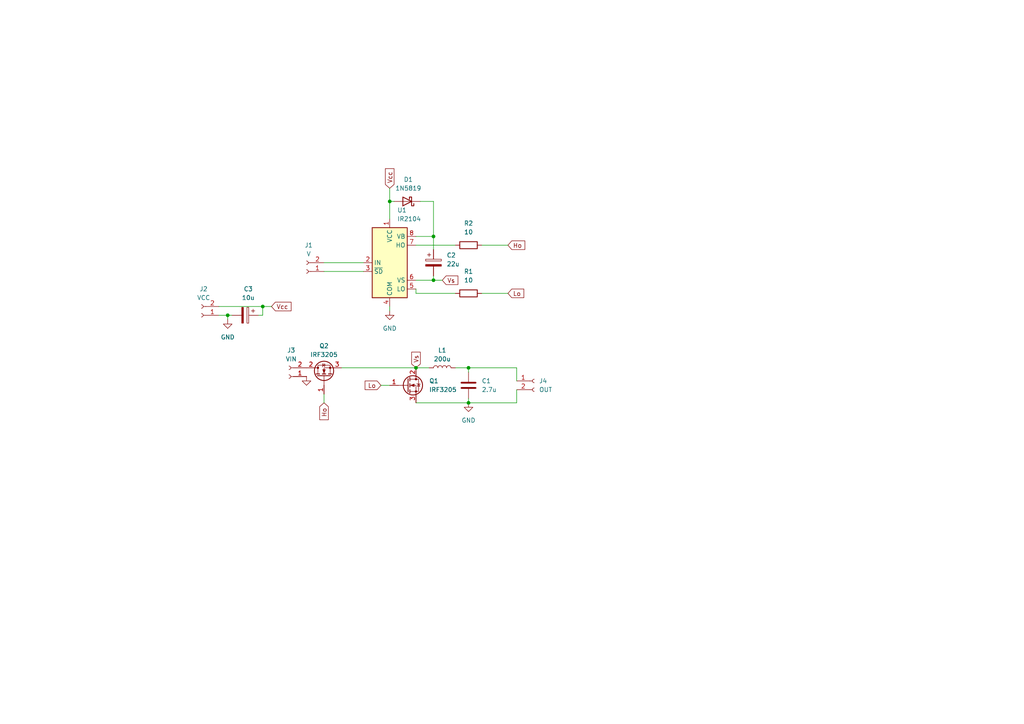
<source format=kicad_sch>
(kicad_sch (version 20231120) (generator "eeschema") (generator_version "8.0")
  (paper "A4")
  (lib_symbols
    (symbol "Connector:Conn_01x02_Socket" (pin_names (offset 1.016) hide)
      (property "Reference" "J" (at 0 2.54 0))
      (property "Value" "Conn_01x02_Socket" (at 0 -5.08 0))
      (symbol "Conn_01x02_Socket_1_1"
        (arc (start 0 -2.032) (mid -0.5058 -2.54) (end 0 -3.048) (stroke (width 0.1524)))
        (polyline (pts (xy -1.27 -2.54) (xy -0.508 -2.54)) (stroke (width 0.1524)))
        (polyline (pts (xy -1.27 0) (xy -0.508 0)) (stroke (width 0.1524)))
        (arc (start 0 0.508) (mid -0.5058 0) (end 0 -0.508) (stroke (width 0.1524)))
        (pin passive line (at -5.08 0 0) (length 3.81) (name "Pin_1") (number "1"))
        (pin passive line (at -5.08 -2.54 0) (length 3.81) (name "Pin_2") (number "2"))
      )
    )
    (symbol "Device:C" (pin_numbers hide) (pin_names (offset 0.254))
      (property "Reference" "C" (at 0.635 2.54 0))
      (property "Value" "C" (at 0.635 -2.54 0))
      (symbol "C_0_1"
        (polyline (pts (xy -2.032 -0.762) (xy 2.032 -0.762)) (stroke (width 0.508)))
        (polyline (pts (xy -2.032 0.762) (xy 2.032 0.762)) (stroke (width 0.508)))
      )
      (symbol "C_1_1"
        (pin passive line (at 0 3.81 270) (length 2.794) (name "~") (number "1"))
        (pin passive line (at 0 -3.81 90) (length 2.794) (name "~") (number "2"))
      )
    )
    (symbol "Device:C_Polarized" (pin_numbers hide) (pin_names (offset 0.254))
      (property "Reference" "C" (at 0.635 2.54 0))
      (property "Value" "C_Polarized" (at 0.635 -2.54 0))
      (symbol "C_Polarized_0_1"
        (rectangle (start -2.286 0.508) (end 2.286 1.016))
        (polyline (pts (xy -1.778 2.286) (xy -0.762 2.286)))
        (polyline (pts (xy -1.27 2.794) (xy -1.27 1.778)))
        (rectangle (start 2.286 -0.508) (end -2.286 -1.016) (fill (type outline)))
      )
      (symbol "C_Polarized_1_1"
        (pin passive line (at 0 3.81 270) (length 2.794) (name "~") (number "1"))
        (pin passive line (at 0 -3.81 90) (length 2.794) (name "~") (number "2"))
      )
    )
    (symbol "Device:L" (pin_numbers hide) (pin_names (offset 1.016) hide)
      (property "Reference" "L" (at -1.27 0 90))
      (property "Value" "L" (at 1.905 0 90))
      (symbol "L_0_1"
        (arc (start 0 -2.54) (mid 0.6323 -1.905) (end 0 -1.27))
        (arc (start 0 -1.27) (mid 0.6323 -0.635) (end 0 0))
        (arc (start 0 0) (mid 0.6323 0.635) (end 0 1.27))
        (arc (start 0 1.27) (mid 0.6323 1.905) (end 0 2.54))
      )
      (symbol "L_1_1"
        (pin passive line (at 0 3.81 270) (length 1.27) (name "1") (number "1"))
        (pin passive line (at 0 -3.81 90) (length 1.27) (name "2") (number "2"))
      )
    )
    (symbol "Device:R" (pin_numbers hide) (pin_names (offset 0))
      (property "Reference" "R" (at 2.032 0 90))
      (property "Value" "R" (at 0 0 90))
      (symbol "R_0_1"
        (rectangle (start -1.016 -2.54) (end 1.016 2.54) (stroke (width 0.254)))
      )
      (symbol "R_1_1"
        (pin passive line (at 0 3.81 270) (length 1.27) (name "~") (number "1"))
        (pin passive line (at 0 -3.81 90) (length 1.27) (name "~") (number "2"))
      )
    )
    (symbol "Diode:1N5819" (pin_numbers hide) (pin_names (offset 1.016) hide)
      (property "Reference" "D" (at 0 2.54 0))
      (property "Value" "1N5819" (at 0 -2.54 0))
      (symbol "1N5819_0_1"
        (polyline (pts (xy 1.27 0) (xy -1.27 0)))
        (polyline (pts (xy 1.27 1.27) (xy 1.27 -1.27) (xy -1.27 0) (xy 1.27 1.27)) (stroke (width 0.254)))
        (polyline (pts (xy -1.905 0.635) (xy -1.905 1.27) (xy -1.27 1.27) (xy -1.27 -1.27) (xy -0.635 -1.27) (xy -0.635 -0.635)) (stroke (width 0.254)))
      )
      (symbol "1N5819_1_1"
        (pin passive line (at -3.81 0 0) (length 2.54) (name "K") (number "1"))
        (pin passive line (at 3.81 0 180) (length 2.54) (name "A") (number "2"))
      )
    )
    (symbol "Driver_FET:IR2104"
      (property "Reference" "U" (at 1.27 13.335 0))
      (property "Value" "IR2104" (at 1.27 11.43 0))
      (symbol "IR2104_0_1"
        (rectangle (start -5.08 -10.16) (end 5.08 10.16) (stroke (width 0.254)) (fill (type background)))
      )
      (symbol "IR2104_1_1"
        (pin power_in line (at 0 12.7 270) (length 2.54) (name "VCC") (number "1"))
        (pin input line (at -7.62 0 0) (length 2.54) (name "IN") (number "2"))
        (pin input line (at -7.62 -2.54 0) (length 2.54) (name "~{SD}") (number "3"))
        (pin power_in line (at 0 -12.7 90) (length 2.54) (name "COM") (number "4"))
        (pin output line (at 7.62 -7.62 180) (length 2.54) (name "LO") (number "5"))
        (pin passive line (at 7.62 -5.08 180) (length 2.54) (name "VS") (number "6"))
        (pin output line (at 7.62 5.08 180) (length 2.54) (name "HO") (number "7"))
        (pin passive line (at 7.62 7.62 180) (length 2.54) (name "VB") (number "8"))
      )
    )
    (symbol "Transistor_FET:IRF3205" (pin_names hide)
      (property "Reference" "Q" (at 5.08 1.905 0))
      (property "Value" "IRF3205" (at 5.08 0 0))
      (symbol "IRF3205_0_1"
        (polyline (pts (xy 0.254 0) (xy -2.54 0)))
        (polyline (pts (xy 0.254 1.905) (xy 0.254 -1.905)) (stroke (width 0.254)))
        (polyline (pts (xy 0.762 -1.27) (xy 0.762 -2.286)) (stroke (width 0.254)))
        (polyline (pts (xy 0.762 0.508) (xy 0.762 -0.508)) (stroke (width 0.254)))
        (polyline (pts (xy 0.762 2.286) (xy 0.762 1.27)) (stroke (width 0.254)))
        (polyline (pts (xy 2.54 2.54) (xy 2.54 1.778)))
        (polyline (pts (xy 2.54 -2.54) (xy 2.54 0) (xy 0.762 0)))
        (polyline (pts (xy 0.762 -1.778) (xy 3.302 -1.778) (xy 3.302 1.778) (xy 0.762 1.778)))
        (polyline (pts (xy 1.016 0) (xy 2.032 0.381) (xy 2.032 -0.381) (xy 1.016 0)) (fill (type outline)))
        (polyline (pts (xy 2.794 0.508) (xy 2.921 0.381) (xy 3.683 0.381) (xy 3.81 0.254)))
        (polyline (pts (xy 3.302 0.381) (xy 2.921 -0.254) (xy 3.683 -0.254) (xy 3.302 0.381)))
        (circle (center 1.651 0) (radius 2.794) (stroke (width 0.254)))
        (circle (center 2.54 -1.778) (radius 0.254) (fill (type outline)))
        (circle (center 2.54 1.778) (radius 0.254) (fill (type outline)))
      )
      (symbol "IRF3205_1_1"
        (pin input line (at -5.08 0 0) (length 2.54) (name "G") (number "1"))
        (pin passive line (at 2.54 5.08 270) (length 2.54) (name "D") (number "2"))
        (pin passive line (at 2.54 -5.08 90) (length 2.54) (name "S") (number "3"))
      )
    )
    (symbol "power:GND" (power) (pin_numbers hide) (pin_names (offset 0) hide)
      (property "Value" "GND" (at 0 -3.81 0))
      (symbol "GND_0_1"
        (polyline (pts (xy 0 0) (xy 0 -1.27) (xy 1.27 -1.27) (xy 0 -2.54) (xy -1.27 -1.27) (xy 0 -1.27)))
      )
      (symbol "GND_1_1"
        (pin power_in line (at 0 0 270) (length 0) (name "~") (number "1"))
      )
    )
  )
  (junction (at 135.89 106.68))
  (junction (at 120.65 106.68))
  (junction (at 125.73 81.28))
  (junction (at 66.04 91.44))
  (junction (at 76.2 88.9))
  (junction (at 135.89 116.84))
  (junction (at 113.03 58.42))
  (junction (at 125.73 68.58))
  (wire (pts (xy 121.92 58.42) (xy 125.73 58.42)))
  (wire (pts (xy 113.03 58.42) (xy 113.03 63.5)))
  (wire (pts (xy 125.73 81.28) (xy 128.27 81.28)))
  (wire (pts (xy 113.03 58.42) (xy 114.3 58.42)))
  (wire (pts (xy 120.65 106.68) (xy 124.46 106.68)))
  (wire (pts (xy 113.03 88.9) (xy 113.03 90.17)))
  (wire (pts (xy 120.65 81.28) (xy 125.73 81.28)))
  (wire (pts (xy 135.89 116.84) (xy 149.86 116.84)))
  (wire (pts (xy 120.65 116.84) (xy 135.89 116.84)))
  (wire (pts (xy 120.65 83.82) (xy 120.65 85.09)))
  (wire (pts (xy 63.5 91.44) (xy 66.04 91.44)))
  (wire (pts (xy 125.73 68.58) (xy 125.73 72.39)))
  (wire (pts (xy 74.93 91.44) (xy 76.2 91.44)))
  (wire (pts (xy 149.86 113.03) (xy 149.86 116.84)))
  (wire (pts (xy 76.2 88.9) (xy 76.2 91.44)))
  (wire (pts (xy 149.86 106.68) (xy 149.86 110.49)))
  (wire (pts (xy 120.65 68.58) (xy 125.73 68.58)))
  (wire (pts (xy 93.98 114.3) (xy 93.98 116.84)))
  (wire (pts (xy 66.04 91.44) (xy 66.04 92.71)))
  (wire (pts (xy 139.7 85.09) (xy 147.32 85.09)))
  (wire (pts (xy 120.65 71.12) (xy 132.08 71.12)))
  (wire (pts (xy 113.03 54.61) (xy 113.03 58.42)))
  (wire (pts (xy 132.08 106.68) (xy 135.89 106.68)))
  (wire (pts (xy 125.73 68.58) (xy 125.73 58.42)))
  (wire (pts (xy 76.2 88.9) (xy 78.74 88.9)))
  (wire (pts (xy 93.98 78.74) (xy 105.41 78.74)))
  (wire (pts (xy 93.98 76.2) (xy 105.41 76.2)))
  (wire (pts (xy 120.65 85.09) (xy 132.08 85.09)))
  (wire (pts (xy 125.73 80.01) (xy 125.73 81.28)))
  (wire (pts (xy 63.5 88.9) (xy 76.2 88.9)))
  (wire (pts (xy 135.89 106.68) (xy 149.86 106.68)))
  (wire (pts (xy 135.89 106.68) (xy 135.89 107.95)))
  (wire (pts (xy 66.04 91.44) (xy 67.31 91.44)))
  (wire (pts (xy 139.7 71.12) (xy 147.32 71.12)))
  (wire (pts (xy 99.06 106.68) (xy 120.65 106.68)))
  (wire (pts (xy 110.49 111.76) (xy 113.03 111.76)))
  (wire (pts (xy 135.89 116.84) (xy 135.89 115.57)))
  (global_label "Vcc" (shape input) (at 113.03 54.61 90) (property "Intersheetrefs" "${INTERSHEET_REFS}" (effects (hide yes))))
  (global_label "Vcc" (shape input) (at 78.74 88.9 0) (property "Intersheetrefs" "${INTERSHEET_REFS}" (effects (hide yes))))
  (global_label "Ho" (shape input) (at 147.32 71.12 0) (property "Intersheetrefs" "${INTERSHEET_REFS}" (effects (hide yes))))
  (global_label "Lo" (shape input) (at 147.32 85.09 0) (property "Intersheetrefs" "${INTERSHEET_REFS}" (effects (hide yes))))
  (global_label "Vs" (shape input) (at 120.65 106.68 90) (property "Intersheetrefs" "${INTERSHEET_REFS}" (effects (hide yes))))
  (global_label "Lo" (shape input) (at 110.49 111.76 180) (property "Intersheetrefs" "${INTERSHEET_REFS}" (effects (hide yes))))
  (global_label "Ho" (shape input) (at 93.98 116.84 270) (property "Intersheetrefs" "${INTERSHEET_REFS}" (effects (hide yes))))
  (global_label "Vs" (shape input) (at 128.27 81.28 0) (property "Intersheetrefs" "${INTERSHEET_REFS}" (effects (hide yes))))
  (symbol (lib_id "Transistor_FET:IRF3205") (at 93.98 109.22 90) (unit 1)
    (property "Reference" "Q2" (at 93.98 100.33 90))
    (property "Value" "IRF3205" (at 93.98 102.87 90))
    (property "Footprint" "Package_TO_SOT_THT:TO-220-3_Vertical" (effects (hide yes)))
    (property "Datasheet" "http://www.irf.com/product-info/datasheets/data/irf3205.pdf" (effects (hide yes)))
    (property "Description" "110A Id, 55V Vds, Single N-Channel HEXFET Power MOSFET, 8mOhm Ron, TO-220AB" (effects (hide yes)))
  )
  (symbol (lib_id "Connector:Conn_01x02_Socket") (at 83.82 109.22 180) (unit 1)
    (property "Reference" "J3" (at 84.455 101.6 0))
    (property "Value" "VIN" (at 84.455 104.14 0))
    (property "Footprint" "TerminalBlock_Phoenix:TerminalBlock_Phoenix_MKDS-3-2-5.08_1x02_P5.08mm_Horizontal" (effects (hide yes)))
    (property "Description" "Generic connector, single row, 01x02, script generated" (effects (hide yes)))
  )
  (symbol (lib_id "Diode:1N5819") (at 118.11 58.42 180) (unit 1)
    (property "Reference" "D1" (at 118.4275 52.07 0))
    (property "Value" "1N5819" (at 118.4275 54.61 0))
    (property "Footprint" "Diode_THT:D_DO-41_SOD81_P10.16mm_Horizontal" (effects (hide yes)))
    (property "Datasheet" "http://www.vishay.com/docs/88525/1n5817.pdf" (effects (hide yes)))
    (property "Description" "40V 1A Schottky Barrier Rectifier Diode, DO-41" (effects (hide yes)))
  )
  (symbol (lib_id "Device:C_Polarized") (at 71.12 91.44 270) (unit 1)
    (property "Reference" "C3" (at 72.009 83.82 90))
    (property "Value" "10u" (at 72.009 86.36 90))
    (property "Footprint" "Capacitor_THT:CP_Radial_D6.3mm_P2.50mm" (effects (hide yes)))
    (property "Description" "Polarized capacitor" (effects (hide yes)))
  )
  (symbol (lib_id "power:GND") (at 88.9 109.22 0) (unit 1)
    (property "Reference" "#PWR03" (effects (hide yes)))
    (property "Value" "GND" (effects (hide yes)))
    (property "Description" "Power symbol creates a global label with name \"GND\" , ground" (effects (hide yes)))
  )
  (symbol (lib_id "Device:C") (at 135.89 111.76 180) (unit 1)
    (property "Reference" "C1" (at 139.7 110.4899 0) (effects (justify right)))
    (property "Value" "2.7u" (at 139.7 113.0299 0) (effects (justify right)))
    (property "Footprint" "Capacitor_THT:C_Disc_D5.0mm_W2.5mm_P5.00mm" (effects (hide yes)))
    (property "Description" "Unpolarized capacitor" (effects (hide yes)))
  )
  (symbol (lib_id "Device:L") (at 128.27 106.68 90) (unit 1)
    (property "Reference" "L1" (at 128.27 101.6 90))
    (property "Value" "200u" (at 128.27 104.14 90))
    (property "Footprint" "Inductor_THT:L_Toroid_Vertical_L16.5mm_W11.4mm_P7.62mm_Pulse_KM-2" (effects (hide yes)))
    (property "Description" "Inductor" (effects (hide yes)))
  )
  (symbol (lib_id "power:GND") (at 135.89 116.84 0) (unit 1)
    (property "Reference" "#PWR01" (effects (hide yes)))
    (property "Value" "GND" (at 135.89 121.92 0))
    (property "Description" "Power symbol creates a global label with name \"GND\" , ground" (effects (hide yes)))
  )
  (symbol (lib_id "Driver_FET:IR2104") (at 113.03 76.2 0) (unit 1)
    (property "Reference" "U1" (at 115.2241 60.96 0) (effects (justify left)))
    (property "Value" "IR2104" (at 115.2241 63.5 0) (effects (justify left)))
    (property "Footprint" "Package_DIP:CERDIP-8_W7.62mm_SideBrazed_LongPads_Socket" (effects (hide yes)))
    (property "Datasheet" "https://www.infineon.com/dgdl/ir2104.pdf?fileId=5546d462533600a4015355c7c1c31671" (effects (hide yes)))
    (property "Description" "Half-Bridge Driver, 600V, 210/360mA, PDIP-8/SOIC-8" (effects (hide yes)))
  )
  (symbol (lib_id "Connector:Conn_01x02_Socket") (at 58.42 91.44 180) (unit 1)
    (property "Reference" "J2" (at 59.055 83.82 0))
    (property "Value" "VCC" (at 59.055 86.36 0))
    (property "Footprint" "TerminalBlock_Phoenix:TerminalBlock_Phoenix_MKDS-3-2-5.08_1x02_P5.08mm_Horizontal" (effects (hide yes)))
    (property "Description" "Generic connector, single row, 01x02, script generated" (effects (hide yes)))
  )
  (symbol (lib_id "Connector:Conn_01x02_Socket") (at 88.9 78.74 180) (unit 1)
    (property "Reference" "J1" (at 89.535 71.12 0))
    (property "Value" "V" (at 89.535 73.66 0))
    (property "Footprint" "TerminalBlock_Phoenix:TerminalBlock_Phoenix_MKDS-3-2-5.08_1x02_P5.08mm_Horizontal" (effects (hide yes)))
    (property "Description" "Generic connector, single row, 01x02, script generated" (effects (hide yes)))
  )
  (symbol (lib_id "Device:R") (at 135.89 85.09 90) (unit 1)
    (property "Reference" "R1" (at 135.89 78.74 90))
    (property "Value" "10" (at 135.89 81.28 90))
    (property "Footprint" "Resistor_THT:R_Axial_DIN0204_L3.6mm_D1.6mm_P7.62mm_Horizontal" (effects (hide yes)))
    (property "Description" "Resistor" (effects (hide yes)))
  )
  (symbol (lib_id "Device:C_Polarized") (at 125.73 76.2 0) (unit 1)
    (property "Reference" "C2" (at 129.54 74.0409 0) (effects (justify left)))
    (property "Value" "22u" (at 129.54 76.5809 0) (effects (justify left)))
    (property "Footprint" "Capacitor_THT:CP_Radial_D6.3mm_P2.50mm" (effects (hide yes)))
    (property "Description" "Polarized capacitor" (effects (hide yes)))
  )
  (symbol (lib_id "Transistor_FET:IRF3205") (at 118.11 111.76 0) (unit 1)
    (property "Reference" "Q1" (at 124.46 110.4899 0) (effects (justify left)))
    (property "Value" "IRF3205" (at 124.46 113.0299 0) (effects (justify left)))
    (property "Footprint" "Package_TO_SOT_THT:TO-220-3_Vertical" (effects (hide yes)))
    (property "Datasheet" "http://www.irf.com/product-info/datasheets/data/irf3205.pdf" (effects (hide yes)))
    (property "Description" "110A Id, 55V Vds, Single N-Channel HEXFET Power MOSFET, 8mOhm Ron, TO-220AB" (effects (hide yes)))
  )
  (symbol (lib_id "power:GND") (at 113.03 90.17 0) (unit 1)
    (property "Reference" "#PWR04" (effects (hide yes)))
    (property "Value" "GND" (at 113.03 95.25 0))
    (property "Description" "Power symbol creates a global label with name \"GND\" , ground" (effects (hide yes)))
  )
  (symbol (lib_id "Connector:Conn_01x02_Socket") (at 154.94 110.49 0) (unit 1)
    (property "Reference" "J4" (at 156.3408 110.4899 0) (effects (justify left)))
    (property "Value" "OUT" (at 156.3408 113.0299 0) (effects (justify left)))
    (property "Footprint" "TerminalBlock_Phoenix:TerminalBlock_Phoenix_MKDS-3-2-5.08_1x02_P5.08mm_Horizontal" (effects (hide yes)))
    (property "Description" "Generic connector, single row, 01x02, script generated" (effects (hide yes)))
  )
  (symbol (lib_id "Device:R") (at 135.89 71.12 90) (unit 1)
    (property "Reference" "R2" (at 135.89 64.77 90))
    (property "Value" "10" (at 135.89 67.31 90))
    (property "Footprint" "Resistor_THT:R_Axial_DIN0204_L3.6mm_D1.6mm_P7.62mm_Horizontal" (effects (hide yes)))
    (property "Description" "Resistor" (effects (hide yes)))
  )
  (symbol (lib_id "power:GND") (at 66.04 92.71 0) (unit 1)
    (property "Reference" "#PWR02" (effects (hide yes)))
    (property "Value" "GND" (at 66.04 97.79 0))
    (property "Description" "Power symbol creates a global label with name \"GND\" , ground" (effects (hide yes)))
  )
)
</source>
